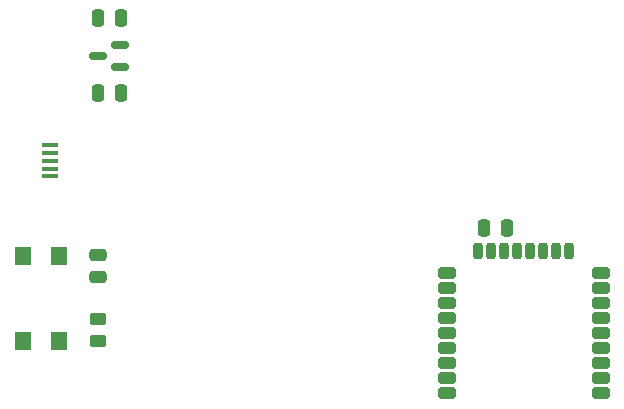
<source format=gbr>
%TF.GenerationSoftware,KiCad,Pcbnew,7.0.4*%
%TF.CreationDate,2023-05-26T13:48:30+02:00*%
%TF.ProjectId,pmod_e103bt53_baseboard,706d6f64-5f65-4313-9033-627435335f62,rev?*%
%TF.SameCoordinates,Original*%
%TF.FileFunction,Paste,Top*%
%TF.FilePolarity,Positive*%
%FSLAX46Y46*%
G04 Gerber Fmt 4.6, Leading zero omitted, Abs format (unit mm)*
G04 Created by KiCad (PCBNEW 7.0.4) date 2023-05-26 13:48:30*
%MOMM*%
%LPD*%
G01*
G04 APERTURE LIST*
G04 Aperture macros list*
%AMRoundRect*
0 Rectangle with rounded corners*
0 $1 Rounding radius*
0 $2 $3 $4 $5 $6 $7 $8 $9 X,Y pos of 4 corners*
0 Add a 4 corners polygon primitive as box body*
4,1,4,$2,$3,$4,$5,$6,$7,$8,$9,$2,$3,0*
0 Add four circle primitives for the rounded corners*
1,1,$1+$1,$2,$3*
1,1,$1+$1,$4,$5*
1,1,$1+$1,$6,$7*
1,1,$1+$1,$8,$9*
0 Add four rect primitives between the rounded corners*
20,1,$1+$1,$2,$3,$4,$5,0*
20,1,$1+$1,$4,$5,$6,$7,0*
20,1,$1+$1,$6,$7,$8,$9,0*
20,1,$1+$1,$8,$9,$2,$3,0*%
G04 Aperture macros list end*
%ADD10RoundRect,0.250000X-0.450000X0.262500X-0.450000X-0.262500X0.450000X-0.262500X0.450000X0.262500X0*%
%ADD11RoundRect,0.250000X-0.475000X0.250000X-0.475000X-0.250000X0.475000X-0.250000X0.475000X0.250000X0*%
%ADD12R,1.400000X1.600000*%
%ADD13RoundRect,0.250000X0.250000X0.475000X-0.250000X0.475000X-0.250000X-0.475000X0.250000X-0.475000X0*%
%ADD14RoundRect,0.150000X0.587500X0.150000X-0.587500X0.150000X-0.587500X-0.150000X0.587500X-0.150000X0*%
%ADD15RoundRect,0.250000X-0.250000X-0.475000X0.250000X-0.475000X0.250000X0.475000X-0.250000X0.475000X0*%
%ADD16R,1.400000X0.400000*%
%ADD17RoundRect,0.250000X-0.500000X-0.250000X0.500000X-0.250000X0.500000X0.250000X-0.500000X0.250000X0*%
%ADD18RoundRect,0.200000X-0.200000X-0.500000X0.200000X-0.500000X0.200000X0.500000X-0.200000X0.500000X0*%
G04 APERTURE END LIST*
D10*
%TO.C,R1*%
X53975000Y-59770000D03*
X53975000Y-61595000D03*
%TD*%
D11*
%TO.C,C4*%
X53975000Y-54295000D03*
X53975000Y-56195000D03*
%TD*%
D12*
%TO.C,SW1*%
X50625000Y-61595000D03*
X50625000Y-54395000D03*
X47625000Y-61595000D03*
X47625000Y-54395000D03*
%TD*%
D13*
%TO.C,C1*%
X55875000Y-40640000D03*
X53975000Y-40640000D03*
%TD*%
D14*
%TO.C,U2*%
X55850000Y-38415000D03*
X55850000Y-36515000D03*
X53975000Y-37465000D03*
%TD*%
D15*
%TO.C,C3*%
X86680000Y-52070000D03*
X88580000Y-52070000D03*
%TD*%
D16*
%TO.C,J1*%
X49940000Y-45055000D03*
X49940000Y-45705000D03*
X49940000Y-46355000D03*
X49940000Y-47005000D03*
X49940000Y-47655000D03*
%TD*%
D15*
%TO.C,C2*%
X53975000Y-34290000D03*
X55875000Y-34290000D03*
%TD*%
D17*
%TO.C,U1*%
X96520000Y-66040000D03*
X96520000Y-64770000D03*
X96520000Y-63500000D03*
X96520000Y-62230000D03*
X96520000Y-60960000D03*
X96520000Y-59690000D03*
X96520000Y-58420000D03*
X96520000Y-57150000D03*
X96520000Y-55880000D03*
D18*
X93870000Y-53960000D03*
X92770000Y-53960000D03*
X91670000Y-53960000D03*
X90570000Y-53960000D03*
X89470000Y-53960000D03*
X88370000Y-53960000D03*
X87270000Y-53960000D03*
X86170000Y-53960000D03*
D17*
X83520000Y-55880000D03*
X83520000Y-57150000D03*
X83520000Y-58420000D03*
X83520000Y-59690000D03*
X83520000Y-60960000D03*
X83520000Y-62230000D03*
X83520000Y-63500000D03*
X83520000Y-64770000D03*
X83520000Y-66040000D03*
%TD*%
M02*

</source>
